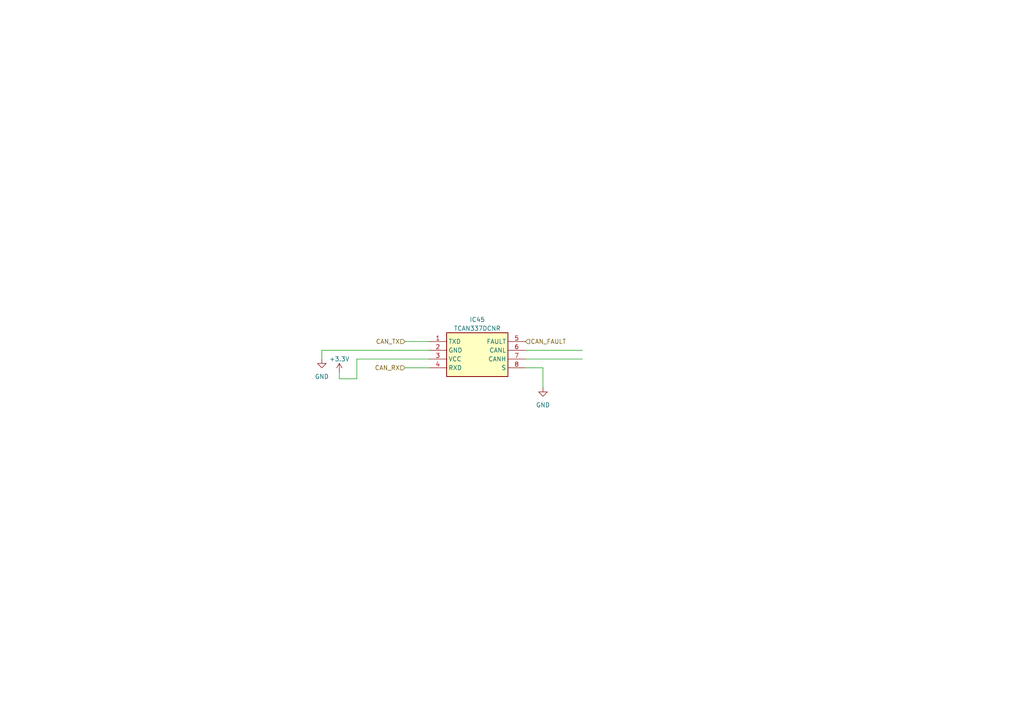
<source format=kicad_sch>
(kicad_sch (version 20230121) (generator eeschema)
  (paper "A4")
  (lib_symbols
    (symbol "TCAN337DCNR:TCAN337DCNR"
      (property "Reference" "IC" (at 24.13 7.62 0))
      (property "Value" "TCAN337DCNR" (at 24.13 5.08 0))
      (symbol "TCAN337DCNR_1_1"
        (rectangle (start 5.08 2.54) (end 22.86 -10.16) (stroke (width 0.254)) (fill (type background)))
        (pin passive line (at 0 0 0) (length 5.08) (name "TXD") (number "1"))
        (pin passive line (at 0 -2.54 0) (length 5.08) (name "GND") (number "2"))
        (pin passive line (at 0 -5.08 0) (length 5.08) (name "VCC") (number "3"))
        (pin passive line (at 0 -7.62 0) (length 5.08) (name "RXD") (number "4"))
        (pin passive line (at 27.94 0 180) (length 5.08) (name "FAULT") (number "5"))
        (pin passive line (at 27.94 -2.54 180) (length 5.08) (name "CANL") (number "6"))
        (pin passive line (at 27.94 -5.08 180) (length 5.08) (name "CANH") (number "7"))
        (pin passive line (at 27.94 -7.62 180) (length 5.08) (name "S") (number "8"))
      )
    )
    (symbol "power:+3.3V" (power) (pin_names (offset 0))
      (property "Value" "+3.3V" (at 0 3.556 0))
      (symbol "+3.3V_0_1"
        (polyline (pts (xy -0.762 1.27) (xy 0 2.54)))
        (polyline (pts (xy 0 0) (xy 0 2.54)))
        (polyline (pts (xy 0 2.54) (xy 0.762 1.27)))
      )
      (symbol "+3.3V_1_1"
        (pin power_in line (at 0 0 90) (length 0) hide (name "+3.3V") (number "1"))
      )
    )
    (symbol "power:GND" (power) (pin_names (offset 0))
      (property "Value" "GND" (at 0 -3.81 0))
      (symbol "GND_0_1"
        (polyline (pts (xy 0 0) (xy 0 -1.27) (xy 1.27 -1.27) (xy 0 -2.54) (xy -1.27 -1.27) (xy 0 -1.27)))
      )
      (symbol "GND_1_1"
        (pin power_in line (at 0 0 270) (length 0) hide (name "GND") (number "1"))
      )
    )
  )
  (wire (pts (xy 103.505 104.14) (xy 124.46 104.14)))
  (wire (pts (xy 98.425 109.855) (xy 103.505 109.855)))
  (wire (pts (xy 152.4 104.14) (xy 168.91 104.14)))
  (wire (pts (xy 157.48 106.68) (xy 157.48 112.395)))
  (wire (pts (xy 93.345 104.14) (xy 93.345 101.6)))
  (wire (pts (xy 93.345 101.6) (xy 124.46 101.6)))
  (wire (pts (xy 152.4 101.6) (xy 168.91 101.6)))
  (wire (pts (xy 98.425 107.95) (xy 98.425 109.855)))
  (wire (pts (xy 152.4 106.68) (xy 157.48 106.68)))
  (wire (pts (xy 117.475 106.68) (xy 124.46 106.68)))
  (wire (pts (xy 103.505 109.855) (xy 103.505 104.14)))
  (wire (pts (xy 117.475 99.06) (xy 124.46 99.06)))
  (hierarchical_label "CAN_FAULT" (shape input) (at 152.4 99.06 0))
  (hierarchical_label "CAN_TX" (shape input) (at 117.475 99.06 180))
  (hierarchical_label "CAN_RX" (shape input) (at 117.475 106.68 180))
  (symbol (lib_id "power:+3.3V") (at 98.425 107.95 0) (unit 1)
    (property "Reference" "#PWR0284" (effects hide))
    (property "Value" "+3.3V" (at 98.425 104.14 0))
  )
  (symbol (lib_id "power:GND") (at 157.48 112.395 0) (unit 1)
    (property "Reference" "#PWR0283" (effects hide))
    (property "Value" "GND" (at 157.48 117.475 0))
  )
  (symbol (lib_id "TCAN337DCNR:TCAN337DCNR") (at 124.46 99.06 0) (unit 1)
    (property "Reference" "IC45" (at 138.43 92.71 0))
    (property "Value" "TCAN337DCNR" (at 138.43 95.25 0))
    (property "Footprint" "TCAN337DCNR:SOT65P280X145-8N" (effects hide))
    (property "Datasheet" "https://www.ti.com/lit/gpn/TCAN337" (effects hide))
    (property "Height" "1.45" (effects hide))
    (property "Mouser Part Number" "595-TCAN337DCNR" (effects hide))
    (property "Mouser Price/Stock" "https://www.mouser.co.uk/ProductDetail/Texas-Instruments/TCAN337DCNR?qs=gMfM3zrbS4r1ZrvbjcW09A%3D%3D" (effects hide))
    (property "Manufacturer_Name" "Texas Instruments" (effects hide))
    (property "Manufacturer_Part_Number" "TCAN337DCNR" (effects hide))
  )
  (symbol (lib_id "power:GND") (at 93.345 104.14 0) (unit 1)
    (property "Reference" "#PWR0282" (effects hide))
    (property "Value" "GND" (at 93.345 109.22 0))
  )
)
</source>
